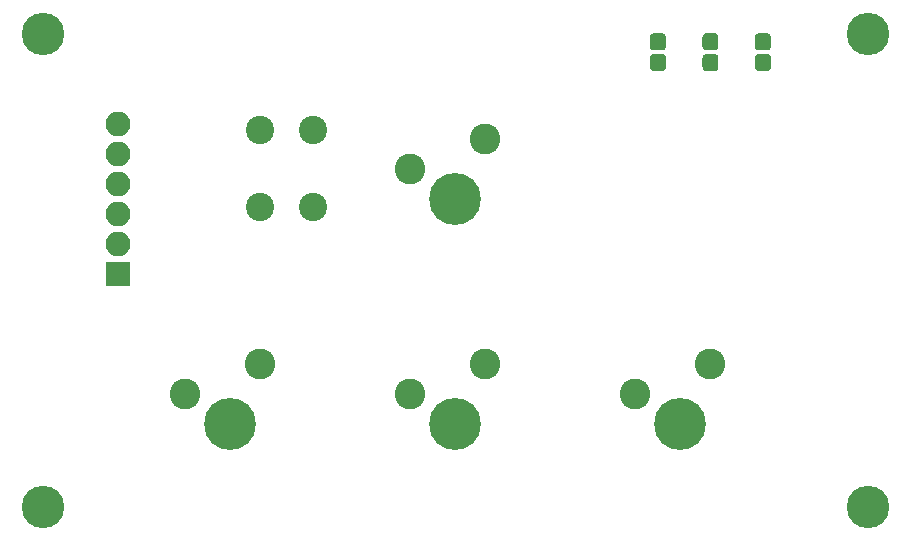
<source format=gts>
G04 #@! TF.GenerationSoftware,KiCad,Pcbnew,(5.0.0)*
G04 #@! TF.CreationDate,2018-12-24T02:24:05+09:00*
G04 #@! TF.ProjectId,mykeyboard,6D796B6579626F6172642E6B69636164,rev?*
G04 #@! TF.SameCoordinates,Original*
G04 #@! TF.FileFunction,Soldermask,Top*
G04 #@! TF.FilePolarity,Negative*
%FSLAX46Y46*%
G04 Gerber Fmt 4.6, Leading zero omitted, Abs format (unit mm)*
G04 Created by KiCad (PCBNEW (5.0.0)) date 12/24/18 02:24:05*
%MOMM*%
%LPD*%
G01*
G04 APERTURE LIST*
%ADD10C,3.600000*%
%ADD11C,4.400000*%
%ADD12C,2.600000*%
%ADD13C,0.100000*%
%ADD14C,1.350000*%
%ADD15C,2.400000*%
%ADD16O,2.100000X2.100000*%
%ADD17R,2.100000X2.100000*%
G04 APERTURE END LIST*
D10*
G04 #@! TO.C,*
X70485000Y-90170000D03*
G04 #@! TD*
G04 #@! TO.C,*
X70485000Y-50165000D03*
G04 #@! TD*
D11*
G04 #@! TO.C,SW_DOWN1*
X105410000Y-83185000D03*
D12*
X101600000Y-80645000D03*
X107950000Y-78105000D03*
G04 #@! TD*
D11*
G04 #@! TO.C,SW_LEFT1*
X86360000Y-83185000D03*
D12*
X82550000Y-80645000D03*
X88900000Y-78105000D03*
G04 #@! TD*
D11*
G04 #@! TO.C,SW_RIGHT1*
X124460000Y-83185000D03*
D12*
X120650000Y-80645000D03*
X127000000Y-78105000D03*
G04 #@! TD*
D11*
G04 #@! TO.C,SW_UP1*
X105410000Y-64135000D03*
D12*
X101600000Y-61595000D03*
X107950000Y-59055000D03*
G04 #@! TD*
D13*
G04 #@! TO.C,D2*
G36*
X122925581Y-50076625D02*
X122958343Y-50081485D01*
X122990471Y-50089533D01*
X123021656Y-50100691D01*
X123051596Y-50114852D01*
X123080005Y-50131879D01*
X123106608Y-50151609D01*
X123131149Y-50173851D01*
X123153391Y-50198392D01*
X123173121Y-50224995D01*
X123190148Y-50253404D01*
X123204309Y-50283344D01*
X123215467Y-50314529D01*
X123223515Y-50346657D01*
X123228375Y-50379419D01*
X123230000Y-50412500D01*
X123230000Y-51187500D01*
X123228375Y-51220581D01*
X123223515Y-51253343D01*
X123215467Y-51285471D01*
X123204309Y-51316656D01*
X123190148Y-51346596D01*
X123173121Y-51375005D01*
X123153391Y-51401608D01*
X123131149Y-51426149D01*
X123106608Y-51448391D01*
X123080005Y-51468121D01*
X123051596Y-51485148D01*
X123021656Y-51499309D01*
X122990471Y-51510467D01*
X122958343Y-51518515D01*
X122925581Y-51523375D01*
X122892500Y-51525000D01*
X122217500Y-51525000D01*
X122184419Y-51523375D01*
X122151657Y-51518515D01*
X122119529Y-51510467D01*
X122088344Y-51499309D01*
X122058404Y-51485148D01*
X122029995Y-51468121D01*
X122003392Y-51448391D01*
X121978851Y-51426149D01*
X121956609Y-51401608D01*
X121936879Y-51375005D01*
X121919852Y-51346596D01*
X121905691Y-51316656D01*
X121894533Y-51285471D01*
X121886485Y-51253343D01*
X121881625Y-51220581D01*
X121880000Y-51187500D01*
X121880000Y-50412500D01*
X121881625Y-50379419D01*
X121886485Y-50346657D01*
X121894533Y-50314529D01*
X121905691Y-50283344D01*
X121919852Y-50253404D01*
X121936879Y-50224995D01*
X121956609Y-50198392D01*
X121978851Y-50173851D01*
X122003392Y-50151609D01*
X122029995Y-50131879D01*
X122058404Y-50114852D01*
X122088344Y-50100691D01*
X122119529Y-50089533D01*
X122151657Y-50081485D01*
X122184419Y-50076625D01*
X122217500Y-50075000D01*
X122892500Y-50075000D01*
X122925581Y-50076625D01*
X122925581Y-50076625D01*
G37*
D14*
X122555000Y-50800000D03*
D13*
G36*
X122925581Y-51826625D02*
X122958343Y-51831485D01*
X122990471Y-51839533D01*
X123021656Y-51850691D01*
X123051596Y-51864852D01*
X123080005Y-51881879D01*
X123106608Y-51901609D01*
X123131149Y-51923851D01*
X123153391Y-51948392D01*
X123173121Y-51974995D01*
X123190148Y-52003404D01*
X123204309Y-52033344D01*
X123215467Y-52064529D01*
X123223515Y-52096657D01*
X123228375Y-52129419D01*
X123230000Y-52162500D01*
X123230000Y-52937500D01*
X123228375Y-52970581D01*
X123223515Y-53003343D01*
X123215467Y-53035471D01*
X123204309Y-53066656D01*
X123190148Y-53096596D01*
X123173121Y-53125005D01*
X123153391Y-53151608D01*
X123131149Y-53176149D01*
X123106608Y-53198391D01*
X123080005Y-53218121D01*
X123051596Y-53235148D01*
X123021656Y-53249309D01*
X122990471Y-53260467D01*
X122958343Y-53268515D01*
X122925581Y-53273375D01*
X122892500Y-53275000D01*
X122217500Y-53275000D01*
X122184419Y-53273375D01*
X122151657Y-53268515D01*
X122119529Y-53260467D01*
X122088344Y-53249309D01*
X122058404Y-53235148D01*
X122029995Y-53218121D01*
X122003392Y-53198391D01*
X121978851Y-53176149D01*
X121956609Y-53151608D01*
X121936879Y-53125005D01*
X121919852Y-53096596D01*
X121905691Y-53066656D01*
X121894533Y-53035471D01*
X121886485Y-53003343D01*
X121881625Y-52970581D01*
X121880000Y-52937500D01*
X121880000Y-52162500D01*
X121881625Y-52129419D01*
X121886485Y-52096657D01*
X121894533Y-52064529D01*
X121905691Y-52033344D01*
X121919852Y-52003404D01*
X121936879Y-51974995D01*
X121956609Y-51948392D01*
X121978851Y-51923851D01*
X122003392Y-51901609D01*
X122029995Y-51881879D01*
X122058404Y-51864852D01*
X122088344Y-51850691D01*
X122119529Y-51839533D01*
X122151657Y-51831485D01*
X122184419Y-51826625D01*
X122217500Y-51825000D01*
X122892500Y-51825000D01*
X122925581Y-51826625D01*
X122925581Y-51826625D01*
G37*
D14*
X122555000Y-52550000D03*
G04 #@! TD*
D13*
G04 #@! TO.C,D3*
G36*
X131815581Y-50076625D02*
X131848343Y-50081485D01*
X131880471Y-50089533D01*
X131911656Y-50100691D01*
X131941596Y-50114852D01*
X131970005Y-50131879D01*
X131996608Y-50151609D01*
X132021149Y-50173851D01*
X132043391Y-50198392D01*
X132063121Y-50224995D01*
X132080148Y-50253404D01*
X132094309Y-50283344D01*
X132105467Y-50314529D01*
X132113515Y-50346657D01*
X132118375Y-50379419D01*
X132120000Y-50412500D01*
X132120000Y-51187500D01*
X132118375Y-51220581D01*
X132113515Y-51253343D01*
X132105467Y-51285471D01*
X132094309Y-51316656D01*
X132080148Y-51346596D01*
X132063121Y-51375005D01*
X132043391Y-51401608D01*
X132021149Y-51426149D01*
X131996608Y-51448391D01*
X131970005Y-51468121D01*
X131941596Y-51485148D01*
X131911656Y-51499309D01*
X131880471Y-51510467D01*
X131848343Y-51518515D01*
X131815581Y-51523375D01*
X131782500Y-51525000D01*
X131107500Y-51525000D01*
X131074419Y-51523375D01*
X131041657Y-51518515D01*
X131009529Y-51510467D01*
X130978344Y-51499309D01*
X130948404Y-51485148D01*
X130919995Y-51468121D01*
X130893392Y-51448391D01*
X130868851Y-51426149D01*
X130846609Y-51401608D01*
X130826879Y-51375005D01*
X130809852Y-51346596D01*
X130795691Y-51316656D01*
X130784533Y-51285471D01*
X130776485Y-51253343D01*
X130771625Y-51220581D01*
X130770000Y-51187500D01*
X130770000Y-50412500D01*
X130771625Y-50379419D01*
X130776485Y-50346657D01*
X130784533Y-50314529D01*
X130795691Y-50283344D01*
X130809852Y-50253404D01*
X130826879Y-50224995D01*
X130846609Y-50198392D01*
X130868851Y-50173851D01*
X130893392Y-50151609D01*
X130919995Y-50131879D01*
X130948404Y-50114852D01*
X130978344Y-50100691D01*
X131009529Y-50089533D01*
X131041657Y-50081485D01*
X131074419Y-50076625D01*
X131107500Y-50075000D01*
X131782500Y-50075000D01*
X131815581Y-50076625D01*
X131815581Y-50076625D01*
G37*
D14*
X131445000Y-50800000D03*
D13*
G36*
X131815581Y-51826625D02*
X131848343Y-51831485D01*
X131880471Y-51839533D01*
X131911656Y-51850691D01*
X131941596Y-51864852D01*
X131970005Y-51881879D01*
X131996608Y-51901609D01*
X132021149Y-51923851D01*
X132043391Y-51948392D01*
X132063121Y-51974995D01*
X132080148Y-52003404D01*
X132094309Y-52033344D01*
X132105467Y-52064529D01*
X132113515Y-52096657D01*
X132118375Y-52129419D01*
X132120000Y-52162500D01*
X132120000Y-52937500D01*
X132118375Y-52970581D01*
X132113515Y-53003343D01*
X132105467Y-53035471D01*
X132094309Y-53066656D01*
X132080148Y-53096596D01*
X132063121Y-53125005D01*
X132043391Y-53151608D01*
X132021149Y-53176149D01*
X131996608Y-53198391D01*
X131970005Y-53218121D01*
X131941596Y-53235148D01*
X131911656Y-53249309D01*
X131880471Y-53260467D01*
X131848343Y-53268515D01*
X131815581Y-53273375D01*
X131782500Y-53275000D01*
X131107500Y-53275000D01*
X131074419Y-53273375D01*
X131041657Y-53268515D01*
X131009529Y-53260467D01*
X130978344Y-53249309D01*
X130948404Y-53235148D01*
X130919995Y-53218121D01*
X130893392Y-53198391D01*
X130868851Y-53176149D01*
X130846609Y-53151608D01*
X130826879Y-53125005D01*
X130809852Y-53096596D01*
X130795691Y-53066656D01*
X130784533Y-53035471D01*
X130776485Y-53003343D01*
X130771625Y-52970581D01*
X130770000Y-52937500D01*
X130770000Y-52162500D01*
X130771625Y-52129419D01*
X130776485Y-52096657D01*
X130784533Y-52064529D01*
X130795691Y-52033344D01*
X130809852Y-52003404D01*
X130826879Y-51974995D01*
X130846609Y-51948392D01*
X130868851Y-51923851D01*
X130893392Y-51901609D01*
X130919995Y-51881879D01*
X130948404Y-51864852D01*
X130978344Y-51850691D01*
X131009529Y-51839533D01*
X131041657Y-51831485D01*
X131074419Y-51826625D01*
X131107500Y-51825000D01*
X131782500Y-51825000D01*
X131815581Y-51826625D01*
X131815581Y-51826625D01*
G37*
D14*
X131445000Y-52550000D03*
G04 #@! TD*
D13*
G04 #@! TO.C,D4*
G36*
X127370581Y-50076625D02*
X127403343Y-50081485D01*
X127435471Y-50089533D01*
X127466656Y-50100691D01*
X127496596Y-50114852D01*
X127525005Y-50131879D01*
X127551608Y-50151609D01*
X127576149Y-50173851D01*
X127598391Y-50198392D01*
X127618121Y-50224995D01*
X127635148Y-50253404D01*
X127649309Y-50283344D01*
X127660467Y-50314529D01*
X127668515Y-50346657D01*
X127673375Y-50379419D01*
X127675000Y-50412500D01*
X127675000Y-51187500D01*
X127673375Y-51220581D01*
X127668515Y-51253343D01*
X127660467Y-51285471D01*
X127649309Y-51316656D01*
X127635148Y-51346596D01*
X127618121Y-51375005D01*
X127598391Y-51401608D01*
X127576149Y-51426149D01*
X127551608Y-51448391D01*
X127525005Y-51468121D01*
X127496596Y-51485148D01*
X127466656Y-51499309D01*
X127435471Y-51510467D01*
X127403343Y-51518515D01*
X127370581Y-51523375D01*
X127337500Y-51525000D01*
X126662500Y-51525000D01*
X126629419Y-51523375D01*
X126596657Y-51518515D01*
X126564529Y-51510467D01*
X126533344Y-51499309D01*
X126503404Y-51485148D01*
X126474995Y-51468121D01*
X126448392Y-51448391D01*
X126423851Y-51426149D01*
X126401609Y-51401608D01*
X126381879Y-51375005D01*
X126364852Y-51346596D01*
X126350691Y-51316656D01*
X126339533Y-51285471D01*
X126331485Y-51253343D01*
X126326625Y-51220581D01*
X126325000Y-51187500D01*
X126325000Y-50412500D01*
X126326625Y-50379419D01*
X126331485Y-50346657D01*
X126339533Y-50314529D01*
X126350691Y-50283344D01*
X126364852Y-50253404D01*
X126381879Y-50224995D01*
X126401609Y-50198392D01*
X126423851Y-50173851D01*
X126448392Y-50151609D01*
X126474995Y-50131879D01*
X126503404Y-50114852D01*
X126533344Y-50100691D01*
X126564529Y-50089533D01*
X126596657Y-50081485D01*
X126629419Y-50076625D01*
X126662500Y-50075000D01*
X127337500Y-50075000D01*
X127370581Y-50076625D01*
X127370581Y-50076625D01*
G37*
D14*
X127000000Y-50800000D03*
D13*
G36*
X127370581Y-51826625D02*
X127403343Y-51831485D01*
X127435471Y-51839533D01*
X127466656Y-51850691D01*
X127496596Y-51864852D01*
X127525005Y-51881879D01*
X127551608Y-51901609D01*
X127576149Y-51923851D01*
X127598391Y-51948392D01*
X127618121Y-51974995D01*
X127635148Y-52003404D01*
X127649309Y-52033344D01*
X127660467Y-52064529D01*
X127668515Y-52096657D01*
X127673375Y-52129419D01*
X127675000Y-52162500D01*
X127675000Y-52937500D01*
X127673375Y-52970581D01*
X127668515Y-53003343D01*
X127660467Y-53035471D01*
X127649309Y-53066656D01*
X127635148Y-53096596D01*
X127618121Y-53125005D01*
X127598391Y-53151608D01*
X127576149Y-53176149D01*
X127551608Y-53198391D01*
X127525005Y-53218121D01*
X127496596Y-53235148D01*
X127466656Y-53249309D01*
X127435471Y-53260467D01*
X127403343Y-53268515D01*
X127370581Y-53273375D01*
X127337500Y-53275000D01*
X126662500Y-53275000D01*
X126629419Y-53273375D01*
X126596657Y-53268515D01*
X126564529Y-53260467D01*
X126533344Y-53249309D01*
X126503404Y-53235148D01*
X126474995Y-53218121D01*
X126448392Y-53198391D01*
X126423851Y-53176149D01*
X126401609Y-53151608D01*
X126381879Y-53125005D01*
X126364852Y-53096596D01*
X126350691Y-53066656D01*
X126339533Y-53035471D01*
X126331485Y-53003343D01*
X126326625Y-52970581D01*
X126325000Y-52937500D01*
X126325000Y-52162500D01*
X126326625Y-52129419D01*
X126331485Y-52096657D01*
X126339533Y-52064529D01*
X126350691Y-52033344D01*
X126364852Y-52003404D01*
X126381879Y-51974995D01*
X126401609Y-51948392D01*
X126423851Y-51923851D01*
X126448392Y-51901609D01*
X126474995Y-51881879D01*
X126503404Y-51864852D01*
X126533344Y-51850691D01*
X126564529Y-51839533D01*
X126596657Y-51831485D01*
X126629419Y-51826625D01*
X126662500Y-51825000D01*
X127337500Y-51825000D01*
X127370581Y-51826625D01*
X127370581Y-51826625D01*
G37*
D14*
X127000000Y-52550000D03*
G04 #@! TD*
D15*
G04 #@! TO.C,SW_RST1*
X93345000Y-58270000D03*
X88845000Y-58270000D03*
X93345000Y-64770000D03*
X88845000Y-64770000D03*
G04 #@! TD*
D16*
G04 #@! TO.C,J2*
X76835000Y-57785000D03*
X76835000Y-60325000D03*
X76835000Y-62865000D03*
X76835000Y-65405000D03*
X76835000Y-67945000D03*
D17*
X76835000Y-70485000D03*
G04 #@! TD*
D10*
G04 #@! TO.C,*
X140335000Y-50165000D03*
G04 #@! TD*
G04 #@! TO.C,*
X140335000Y-90170000D03*
G04 #@! TD*
M02*

</source>
